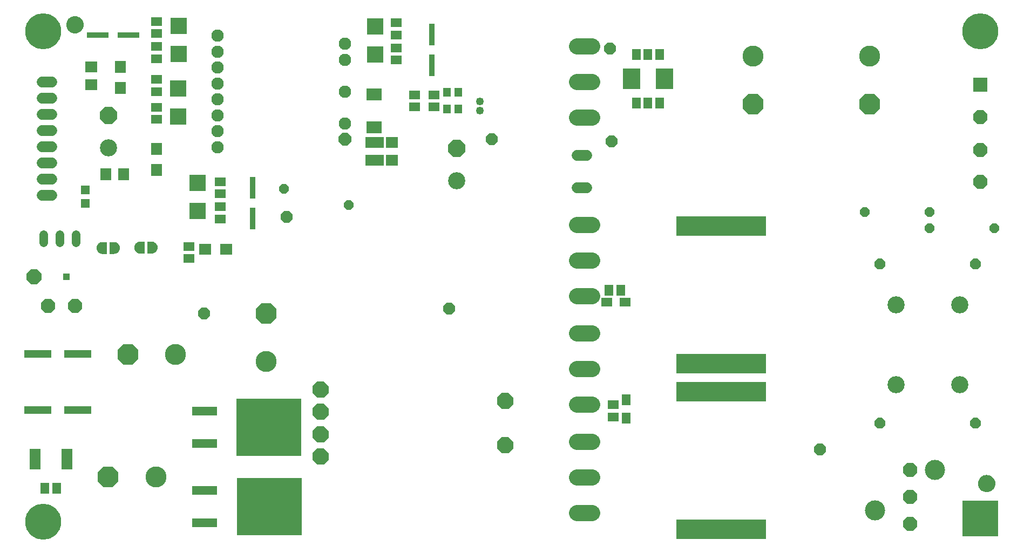
<source format=gts>
G75*
G70*
%OFA0B0*%
%FSLAX24Y24*%
%IPPOS*%
%LPD*%
%AMOC8*
5,1,8,0,0,1.08239X$1,22.5*
%
%ADD10C,0.1060*%
%ADD11OC8,0.0660*%
%ADD12OC8,0.0887*%
%ADD13C,0.1241*%
%ADD14OC8,0.0600*%
%ADD15R,0.0887X0.0887*%
%ADD16C,0.0050*%
%ADD17C,0.0990*%
%ADD18R,0.0572X0.0651*%
%ADD19R,0.0651X0.0532*%
%ADD20C,0.0660*%
%ADD21R,0.0532X0.0651*%
%ADD22R,0.0651X0.0572*%
%ADD23R,0.5572X0.1241*%
%ADD24R,0.1517X0.0572*%
%ADD25R,0.4036X0.3564*%
%ADD26C,0.1296*%
%ADD27OC8,0.1296*%
%ADD28OC8,0.0920*%
%ADD29R,0.0414X0.0414*%
%ADD30OC8,0.0710*%
%ADD31R,0.0651X0.0749*%
%ADD32R,0.1005X0.1005*%
%ADD33R,0.0749X0.0651*%
%ADD34R,0.0360X0.1340*%
%ADD35R,0.1340X0.0360*%
%ADD36R,0.0532X0.0532*%
%ADD37R,0.0690X0.0769*%
%ADD38R,0.0769X0.0690*%
%ADD39R,0.0926X0.0769*%
%ADD40R,0.1123X0.0690*%
%ADD41OC8,0.1060*%
%ADD42R,0.0454X0.0532*%
%ADD43C,0.0769*%
%ADD44OC8,0.0769*%
%ADD45R,0.0770X0.0690*%
%ADD46R,0.0660X0.1260*%
%ADD47R,0.1660X0.0490*%
%ADD48OC8,0.0990*%
%ADD49R,0.0560X0.0660*%
%ADD50R,0.1060X0.1260*%
%ADD51C,0.0010*%
%ADD52C,0.0540*%
%ADD53C,0.0493*%
%ADD54R,0.2225X0.2225*%
%ADD55C,0.2225*%
D10*
X029462Y023075D03*
X007937Y025125D03*
X056569Y015411D03*
X060506Y015411D03*
X060506Y010489D03*
X056569Y010489D03*
D11*
X055587Y008125D03*
X061487Y008125D03*
X061487Y017950D03*
X055587Y017950D03*
D12*
X061780Y023028D03*
X061780Y024978D03*
X061780Y027028D03*
X057462Y005204D03*
X057462Y003550D03*
X057462Y001896D03*
X005864Y015350D03*
X004211Y015350D03*
D13*
X055277Y002723D03*
X058978Y005204D03*
D14*
X058662Y020150D03*
X058662Y021150D03*
X054662Y021150D03*
X062662Y020150D03*
X022787Y021575D03*
X018787Y022575D03*
D15*
X061780Y029028D03*
D16*
X062173Y004874D02*
X062087Y004867D01*
X062002Y004844D01*
X061923Y004807D01*
X061852Y004757D01*
X061790Y004696D01*
X061740Y004624D01*
X061704Y004545D01*
X061681Y004461D01*
X061673Y004374D01*
X061681Y004288D01*
X061704Y004203D01*
X061740Y004124D01*
X061790Y004053D01*
X061852Y003991D01*
X061923Y003941D01*
X062002Y003905D01*
X062087Y003882D01*
X062173Y003874D01*
X062260Y003882D01*
X062345Y003905D01*
X062423Y003941D01*
X062495Y003991D01*
X062557Y004053D01*
X062607Y004124D01*
X062643Y004203D01*
X062666Y004288D01*
X062673Y004374D01*
X062666Y004461D01*
X062643Y004545D01*
X062607Y004624D01*
X062557Y004696D01*
X062495Y004757D01*
X062423Y004807D01*
X062345Y004844D01*
X062260Y004867D01*
X062173Y004874D01*
X061992Y004840D02*
X062355Y004840D01*
X062447Y004791D02*
X061900Y004791D01*
X061837Y004743D02*
X062510Y004743D01*
X062558Y004694D02*
X061789Y004694D01*
X061755Y004646D02*
X062592Y004646D01*
X062619Y004597D02*
X061728Y004597D01*
X061705Y004549D02*
X062642Y004549D01*
X062655Y004500D02*
X061691Y004500D01*
X061680Y004452D02*
X062667Y004452D01*
X062671Y004403D02*
X061676Y004403D01*
X061675Y004355D02*
X062672Y004355D01*
X062668Y004306D02*
X061679Y004306D01*
X061689Y004258D02*
X062658Y004258D01*
X062645Y004209D02*
X061702Y004209D01*
X061724Y004161D02*
X062623Y004161D01*
X062598Y004112D02*
X061749Y004112D01*
X061783Y004064D02*
X062564Y004064D01*
X062519Y004015D02*
X061828Y004015D01*
X061888Y003967D02*
X062459Y003967D01*
X062373Y003918D02*
X061974Y003918D01*
X006344Y032550D02*
X006367Y032634D01*
X006374Y032721D01*
X006367Y032808D01*
X006344Y032892D01*
X006307Y032971D01*
X006257Y033042D01*
X006196Y033104D01*
X006124Y033154D01*
X006045Y033191D01*
X005961Y033213D01*
X005874Y033221D01*
X005787Y033213D01*
X005703Y033191D01*
X005624Y033154D01*
X005553Y033104D01*
X005491Y033042D01*
X005441Y032971D01*
X005404Y032892D01*
X005382Y032808D01*
X005374Y032721D01*
X005382Y032634D01*
X005404Y032550D01*
X005441Y032471D01*
X005491Y032399D01*
X005553Y032338D01*
X005624Y032288D01*
X005703Y032251D01*
X005787Y032228D01*
X005874Y032221D01*
X005961Y032228D01*
X006045Y032251D01*
X006124Y032288D01*
X006196Y032338D01*
X006257Y032399D01*
X006307Y032471D01*
X006344Y032550D01*
X006336Y032533D02*
X005412Y032533D01*
X005396Y032582D02*
X006353Y032582D01*
X006366Y032630D02*
X005383Y032630D01*
X005378Y032679D02*
X006371Y032679D01*
X006374Y032727D02*
X005375Y032727D01*
X005379Y032776D02*
X006369Y032776D01*
X006362Y032824D02*
X005386Y032824D01*
X005399Y032873D02*
X006349Y032873D01*
X006330Y032921D02*
X005418Y032921D01*
X005441Y032970D02*
X006308Y032970D01*
X006274Y033018D02*
X005474Y033018D01*
X005516Y033067D02*
X006233Y033067D01*
X006180Y033115D02*
X005569Y033115D01*
X005645Y033164D02*
X006103Y033164D01*
X005965Y033212D02*
X005783Y033212D01*
X005435Y032485D02*
X006314Y032485D01*
X006283Y032436D02*
X005466Y032436D01*
X005503Y032388D02*
X006245Y032388D01*
X006197Y032339D02*
X005552Y032339D01*
X005620Y032291D02*
X006128Y032291D01*
X006012Y032242D02*
X005736Y032242D01*
D17*
X036874Y031378D02*
X037804Y031378D01*
X037804Y029178D02*
X036874Y029178D01*
X036874Y026978D02*
X037804Y026978D01*
X037804Y020354D02*
X036874Y020354D01*
X036874Y018154D02*
X037804Y018154D01*
X037804Y015954D02*
X036874Y015954D01*
X036874Y013661D02*
X037804Y013661D01*
X037804Y011461D02*
X036874Y011461D01*
X036874Y009261D02*
X037804Y009261D01*
X037804Y006968D02*
X036874Y006968D01*
X036874Y004768D02*
X037804Y004768D01*
X037804Y002568D02*
X036874Y002568D01*
D18*
X038838Y016325D03*
X039586Y016325D03*
X004761Y004100D03*
X004013Y004100D03*
D19*
X038717Y015575D03*
X039858Y015575D03*
D20*
X037489Y022666D02*
X036889Y022666D01*
X036889Y024666D02*
X037489Y024666D01*
X004437Y024175D02*
X003837Y024175D01*
X003837Y023175D02*
X004437Y023175D01*
X004437Y022175D02*
X003837Y022175D01*
X003837Y025175D02*
X004437Y025175D01*
X004437Y026175D02*
X003837Y026175D01*
X003837Y027175D02*
X004437Y027175D01*
X004437Y028175D02*
X003837Y028175D01*
X003837Y029175D02*
X004437Y029175D01*
D21*
X039912Y009546D03*
X039912Y008404D03*
D22*
X039112Y008501D03*
X039112Y009249D03*
X014837Y020726D03*
X014837Y021474D03*
X014837Y022276D03*
X014837Y023024D03*
X010912Y026876D03*
X010912Y027624D03*
X010912Y028601D03*
X010912Y029349D03*
X010912Y030626D03*
X010912Y031374D03*
X010912Y032176D03*
X010912Y032924D03*
X025712Y032849D03*
X025712Y032101D03*
X025712Y031299D03*
X025712Y030551D03*
X026837Y028399D03*
X026837Y027651D03*
X028037Y027651D03*
X028037Y028399D03*
X012912Y019024D03*
X012912Y018276D03*
D23*
X045787Y020302D03*
X045787Y011798D03*
X045787Y010052D03*
X045787Y001548D03*
D24*
X013889Y001950D03*
X013889Y003950D03*
X013864Y006850D03*
X013864Y008850D03*
D25*
X017840Y007850D03*
X017865Y002950D03*
D26*
X010864Y004800D03*
X017687Y011924D03*
X012089Y012350D03*
X047737Y030776D03*
X054937Y030776D03*
D27*
X054937Y027824D03*
X047737Y027824D03*
X017687Y014876D03*
X009136Y012350D03*
X007911Y004800D03*
D28*
X003362Y017150D03*
D29*
X005362Y017150D03*
D30*
X013862Y014900D03*
X018962Y020850D03*
X028987Y015200D03*
X031612Y025650D03*
X039012Y025525D03*
X038912Y031250D03*
X051887Y006475D03*
D31*
X010912Y023760D03*
X010912Y025040D03*
X008687Y028835D03*
X008687Y030115D03*
D32*
X012287Y030934D03*
X012287Y032666D03*
X012262Y028791D03*
X012262Y027059D03*
X013437Y022966D03*
X013437Y021234D03*
X024412Y030884D03*
X024412Y032616D03*
D33*
X015203Y018850D03*
X013923Y018850D03*
D34*
X016837Y020750D03*
X016837Y022650D03*
X027912Y030225D03*
X027912Y032125D03*
D35*
X009187Y032075D03*
X007287Y032075D03*
D36*
X006512Y022513D03*
X006512Y021687D03*
D37*
X007786Y023500D03*
X008889Y023500D03*
D38*
X006887Y029024D03*
X006887Y030126D03*
D39*
X024362Y028404D03*
X024362Y026396D03*
D40*
X024387Y025451D03*
X024387Y024349D03*
D41*
X029462Y025075D03*
X007937Y027125D03*
D42*
X028862Y027513D03*
X029562Y027513D03*
X029562Y028537D03*
X028862Y028537D03*
D43*
X022549Y028600D03*
X022549Y026631D03*
X022549Y030569D03*
X022549Y031553D03*
X014675Y032045D03*
X014675Y031061D03*
X014675Y030076D03*
X014675Y029092D03*
X014675Y028108D03*
X014675Y027124D03*
X014675Y026139D03*
X014675Y025155D03*
D44*
X022549Y025647D03*
D45*
X025462Y025460D03*
X025462Y024340D03*
D46*
X005377Y005875D03*
X003397Y005875D03*
D47*
X003582Y008925D03*
X006042Y008925D03*
X006042Y012400D03*
X003582Y012400D03*
D48*
X021032Y010181D03*
X021032Y008804D03*
X021032Y007426D03*
X021032Y006048D03*
X032449Y006737D03*
X032449Y009493D03*
D49*
X040532Y027875D03*
X041262Y027875D03*
X041992Y027875D03*
X041992Y030875D03*
X041262Y030875D03*
X040532Y030875D03*
D50*
X040232Y029375D03*
X042292Y029375D03*
D51*
X010911Y019109D02*
X010878Y019169D01*
X010835Y019222D01*
X010782Y019266D01*
X010721Y019298D01*
X010656Y019318D01*
X010587Y019325D01*
X010337Y019325D01*
X010337Y018625D01*
X010587Y018625D01*
X010656Y018632D01*
X010721Y018652D01*
X010782Y018684D01*
X010835Y018728D01*
X010878Y018781D01*
X010911Y018841D01*
X010931Y018907D01*
X010937Y018975D01*
X010931Y019043D01*
X010911Y019109D01*
X010911Y019107D02*
X010337Y019107D01*
X010337Y019099D02*
X010914Y019099D01*
X010917Y019090D02*
X010337Y019090D01*
X010337Y019082D02*
X010919Y019082D01*
X010922Y019073D02*
X010337Y019073D01*
X010337Y019065D02*
X010924Y019065D01*
X010927Y019056D02*
X010337Y019056D01*
X010337Y019048D02*
X010929Y019048D01*
X010931Y019039D02*
X010337Y019039D01*
X010337Y019031D02*
X010932Y019031D01*
X010933Y019022D02*
X010337Y019022D01*
X010337Y019014D02*
X010934Y019014D01*
X010935Y019005D02*
X010337Y019005D01*
X010337Y018997D02*
X010935Y018997D01*
X010936Y018988D02*
X010337Y018988D01*
X010337Y018980D02*
X010937Y018980D01*
X010937Y018971D02*
X010337Y018971D01*
X010337Y018963D02*
X010936Y018963D01*
X010935Y018954D02*
X010337Y018954D01*
X010337Y018946D02*
X010935Y018946D01*
X010934Y018937D02*
X010337Y018937D01*
X010337Y018929D02*
X010933Y018929D01*
X010932Y018920D02*
X010337Y018920D01*
X010337Y018912D02*
X010931Y018912D01*
X010930Y018903D02*
X010337Y018903D01*
X010337Y018895D02*
X010927Y018895D01*
X010924Y018886D02*
X010337Y018886D01*
X010337Y018878D02*
X010922Y018878D01*
X010919Y018869D02*
X010337Y018869D01*
X010337Y018861D02*
X010917Y018861D01*
X010914Y018852D02*
X010337Y018852D01*
X010337Y018844D02*
X010912Y018844D01*
X010908Y018835D02*
X010337Y018835D01*
X010337Y018827D02*
X010903Y018827D01*
X010899Y018818D02*
X010337Y018818D01*
X010337Y018810D02*
X010894Y018810D01*
X010889Y018801D02*
X010337Y018801D01*
X010337Y018793D02*
X010885Y018793D01*
X010880Y018784D02*
X010337Y018784D01*
X010337Y018776D02*
X010874Y018776D01*
X010867Y018767D02*
X010337Y018767D01*
X010337Y018759D02*
X010860Y018759D01*
X010853Y018750D02*
X010337Y018750D01*
X010337Y018742D02*
X010846Y018742D01*
X010840Y018733D02*
X010337Y018733D01*
X010337Y018725D02*
X010831Y018725D01*
X010821Y018716D02*
X010337Y018716D01*
X010337Y018708D02*
X010811Y018708D01*
X010800Y018699D02*
X010337Y018699D01*
X010337Y018691D02*
X010790Y018691D01*
X010778Y018682D02*
X010337Y018682D01*
X010337Y018674D02*
X010762Y018674D01*
X010746Y018665D02*
X010337Y018665D01*
X010337Y018657D02*
X010731Y018657D01*
X010710Y018648D02*
X010337Y018648D01*
X010337Y018640D02*
X010682Y018640D01*
X010649Y018631D02*
X010337Y018631D01*
X010137Y018631D02*
X009826Y018631D01*
X009819Y018632D02*
X009887Y018625D01*
X010137Y018625D01*
X010137Y019325D01*
X009887Y019325D01*
X009819Y019318D01*
X009754Y019298D01*
X009693Y019266D01*
X009640Y019222D01*
X009596Y019169D01*
X009564Y019109D01*
X009544Y019043D01*
X009537Y018975D01*
X009544Y018907D01*
X009564Y018841D01*
X009596Y018781D01*
X009640Y018728D01*
X009693Y018684D01*
X009754Y018652D01*
X009819Y018632D01*
X009793Y018640D02*
X010137Y018640D01*
X010137Y018648D02*
X009765Y018648D01*
X009744Y018657D02*
X010137Y018657D01*
X010137Y018665D02*
X009728Y018665D01*
X009713Y018674D02*
X010137Y018674D01*
X010137Y018682D02*
X009697Y018682D01*
X009685Y018691D02*
X010137Y018691D01*
X010137Y018699D02*
X009675Y018699D01*
X009664Y018708D02*
X010137Y018708D01*
X010137Y018716D02*
X009654Y018716D01*
X009644Y018725D02*
X010137Y018725D01*
X010137Y018733D02*
X009635Y018733D01*
X009628Y018742D02*
X010137Y018742D01*
X010137Y018750D02*
X009621Y018750D01*
X009615Y018759D02*
X010137Y018759D01*
X010137Y018767D02*
X009608Y018767D01*
X009601Y018776D02*
X010137Y018776D01*
X010137Y018784D02*
X009595Y018784D01*
X009590Y018793D02*
X010137Y018793D01*
X010137Y018801D02*
X009585Y018801D01*
X009581Y018810D02*
X010137Y018810D01*
X010137Y018818D02*
X009576Y018818D01*
X009572Y018827D02*
X010137Y018827D01*
X010137Y018835D02*
X009567Y018835D01*
X009563Y018844D02*
X010137Y018844D01*
X010137Y018852D02*
X009561Y018852D01*
X009558Y018861D02*
X010137Y018861D01*
X010137Y018869D02*
X009556Y018869D01*
X009553Y018878D02*
X010137Y018878D01*
X010137Y018886D02*
X009550Y018886D01*
X009548Y018895D02*
X010137Y018895D01*
X010137Y018903D02*
X009545Y018903D01*
X009544Y018912D02*
X010137Y018912D01*
X010137Y018920D02*
X009543Y018920D01*
X009542Y018929D02*
X010137Y018929D01*
X010137Y018937D02*
X009541Y018937D01*
X009540Y018946D02*
X010137Y018946D01*
X010137Y018954D02*
X009540Y018954D01*
X009539Y018963D02*
X010137Y018963D01*
X010137Y018971D02*
X009538Y018971D01*
X009538Y018980D02*
X010137Y018980D01*
X010137Y018988D02*
X009539Y018988D01*
X009540Y018997D02*
X010137Y018997D01*
X010137Y019005D02*
X009540Y019005D01*
X009541Y019014D02*
X010137Y019014D01*
X010137Y019022D02*
X009542Y019022D01*
X009543Y019031D02*
X010137Y019031D01*
X010137Y019039D02*
X009544Y019039D01*
X009545Y019048D02*
X010137Y019048D01*
X010137Y019056D02*
X009548Y019056D01*
X009551Y019065D02*
X010137Y019065D01*
X010137Y019073D02*
X009553Y019073D01*
X009556Y019082D02*
X010137Y019082D01*
X010137Y019090D02*
X009558Y019090D01*
X009561Y019099D02*
X010137Y019099D01*
X010137Y019107D02*
X009564Y019107D01*
X009568Y019116D02*
X010137Y019116D01*
X010137Y019124D02*
X009572Y019124D01*
X009577Y019133D02*
X010137Y019133D01*
X010137Y019141D02*
X009581Y019141D01*
X009586Y019150D02*
X010137Y019150D01*
X010137Y019158D02*
X009590Y019158D01*
X009595Y019167D02*
X010137Y019167D01*
X010137Y019175D02*
X009601Y019175D01*
X009608Y019184D02*
X010137Y019184D01*
X010137Y019192D02*
X009615Y019192D01*
X009622Y019201D02*
X010137Y019201D01*
X010137Y019209D02*
X009629Y019209D01*
X009636Y019218D02*
X010137Y019218D01*
X010137Y019226D02*
X009644Y019226D01*
X009655Y019235D02*
X010137Y019235D01*
X010137Y019243D02*
X009665Y019243D01*
X009675Y019252D02*
X010137Y019252D01*
X010137Y019260D02*
X009686Y019260D01*
X009698Y019269D02*
X010137Y019269D01*
X010137Y019277D02*
X009714Y019277D01*
X009730Y019286D02*
X010137Y019286D01*
X010137Y019294D02*
X009746Y019294D01*
X009767Y019303D02*
X010137Y019303D01*
X010137Y019311D02*
X009795Y019311D01*
X009832Y019320D02*
X010137Y019320D01*
X010337Y019320D02*
X010643Y019320D01*
X010680Y019311D02*
X010337Y019311D01*
X010337Y019303D02*
X010708Y019303D01*
X010729Y019294D02*
X010337Y019294D01*
X010337Y019286D02*
X010745Y019286D01*
X010761Y019277D02*
X010337Y019277D01*
X010337Y019269D02*
X010777Y019269D01*
X010789Y019260D02*
X010337Y019260D01*
X010337Y019252D02*
X010800Y019252D01*
X010810Y019243D02*
X010337Y019243D01*
X010337Y019235D02*
X010820Y019235D01*
X010831Y019226D02*
X010337Y019226D01*
X010337Y019218D02*
X010839Y019218D01*
X010846Y019209D02*
X010337Y019209D01*
X010337Y019201D02*
X010853Y019201D01*
X010860Y019192D02*
X010337Y019192D01*
X010337Y019184D02*
X010867Y019184D01*
X010874Y019175D02*
X010337Y019175D01*
X010337Y019167D02*
X010880Y019167D01*
X010885Y019158D02*
X010337Y019158D01*
X010337Y019150D02*
X010889Y019150D01*
X010894Y019141D02*
X010337Y019141D01*
X010337Y019133D02*
X010898Y019133D01*
X010903Y019124D02*
X010337Y019124D01*
X010337Y019116D02*
X010907Y019116D01*
X008612Y018950D02*
X008606Y019018D01*
X008586Y019084D01*
X008553Y019144D01*
X008510Y019197D01*
X008457Y019241D01*
X008396Y019273D01*
X008331Y019293D01*
X008262Y019300D01*
X008012Y019300D01*
X008012Y018600D01*
X008262Y018600D01*
X008331Y018607D01*
X008396Y018627D01*
X008457Y018659D01*
X008510Y018703D01*
X008553Y018756D01*
X008586Y018816D01*
X008606Y018882D01*
X008612Y018950D01*
X008612Y018954D02*
X008012Y018954D01*
X008012Y018946D02*
X008612Y018946D01*
X008611Y018937D02*
X008012Y018937D01*
X008012Y018929D02*
X008610Y018929D01*
X008610Y018920D02*
X008012Y018920D01*
X008012Y018912D02*
X008609Y018912D01*
X008608Y018903D02*
X008012Y018903D01*
X008012Y018895D02*
X008607Y018895D01*
X008606Y018886D02*
X008012Y018886D01*
X008012Y018878D02*
X008604Y018878D01*
X008602Y018869D02*
X008012Y018869D01*
X008012Y018861D02*
X008599Y018861D01*
X008597Y018852D02*
X008012Y018852D01*
X008012Y018844D02*
X008594Y018844D01*
X008592Y018835D02*
X008012Y018835D01*
X008012Y018827D02*
X008589Y018827D01*
X008586Y018818D02*
X008012Y018818D01*
X008012Y018810D02*
X008582Y018810D01*
X008578Y018801D02*
X008012Y018801D01*
X008012Y018793D02*
X008573Y018793D01*
X008569Y018784D02*
X008012Y018784D01*
X008012Y018776D02*
X008564Y018776D01*
X008560Y018767D02*
X008012Y018767D01*
X008012Y018759D02*
X008555Y018759D01*
X008549Y018750D02*
X008012Y018750D01*
X008012Y018742D02*
X008542Y018742D01*
X008535Y018733D02*
X008012Y018733D01*
X008012Y018725D02*
X008528Y018725D01*
X008521Y018716D02*
X008012Y018716D01*
X008012Y018708D02*
X008514Y018708D01*
X008506Y018699D02*
X008012Y018699D01*
X008012Y018691D02*
X008495Y018691D01*
X008485Y018682D02*
X008012Y018682D01*
X008012Y018674D02*
X008475Y018674D01*
X008464Y018665D02*
X008012Y018665D01*
X008012Y018657D02*
X008452Y018657D01*
X008436Y018648D02*
X008012Y018648D01*
X008012Y018640D02*
X008421Y018640D01*
X008405Y018631D02*
X008012Y018631D01*
X008012Y018623D02*
X008383Y018623D01*
X008355Y018614D02*
X008012Y018614D01*
X008012Y018606D02*
X008319Y018606D01*
X008611Y018963D02*
X008012Y018963D01*
X008012Y018971D02*
X008610Y018971D01*
X008610Y018980D02*
X008012Y018980D01*
X008012Y018988D02*
X008609Y018988D01*
X008608Y018997D02*
X008012Y018997D01*
X008012Y019005D02*
X008607Y019005D01*
X008606Y019014D02*
X008012Y019014D01*
X008012Y019022D02*
X008605Y019022D01*
X008602Y019031D02*
X008012Y019031D01*
X008012Y019039D02*
X008599Y019039D01*
X008597Y019048D02*
X008012Y019048D01*
X008012Y019056D02*
X008594Y019056D01*
X008592Y019065D02*
X008012Y019065D01*
X008012Y019073D02*
X008589Y019073D01*
X008587Y019082D02*
X008012Y019082D01*
X008012Y019090D02*
X008583Y019090D01*
X008578Y019099D02*
X008012Y019099D01*
X008012Y019107D02*
X008573Y019107D01*
X008569Y019116D02*
X008012Y019116D01*
X008012Y019124D02*
X008564Y019124D01*
X008560Y019133D02*
X008012Y019133D01*
X008012Y019141D02*
X008555Y019141D01*
X008549Y019150D02*
X008012Y019150D01*
X008012Y019158D02*
X008542Y019158D01*
X008535Y019167D02*
X008012Y019167D01*
X008012Y019175D02*
X008528Y019175D01*
X008521Y019184D02*
X008012Y019184D01*
X008012Y019192D02*
X008514Y019192D01*
X008506Y019201D02*
X008012Y019201D01*
X008012Y019209D02*
X008496Y019209D01*
X008485Y019218D02*
X008012Y019218D01*
X008012Y019226D02*
X008475Y019226D01*
X008465Y019235D02*
X008012Y019235D01*
X008012Y019243D02*
X008453Y019243D01*
X008437Y019252D02*
X008012Y019252D01*
X008012Y019260D02*
X008421Y019260D01*
X008405Y019269D02*
X008012Y019269D01*
X008012Y019277D02*
X008384Y019277D01*
X008356Y019286D02*
X008012Y019286D01*
X008012Y019294D02*
X008323Y019294D01*
X007812Y019294D02*
X007502Y019294D01*
X007494Y019293D02*
X007429Y019273D01*
X007368Y019241D01*
X007315Y019197D01*
X007271Y019144D01*
X007239Y019084D01*
X007219Y019018D01*
X007212Y018950D01*
X007219Y018882D01*
X007239Y018816D01*
X007271Y018756D01*
X007315Y018703D01*
X007368Y018659D01*
X007429Y018627D01*
X007494Y018607D01*
X007562Y018600D01*
X007812Y018600D01*
X007812Y019300D01*
X007562Y019300D01*
X007494Y019293D01*
X007469Y019286D02*
X007812Y019286D01*
X007812Y019277D02*
X007441Y019277D01*
X007420Y019269D02*
X007812Y019269D01*
X007812Y019260D02*
X007404Y019260D01*
X007388Y019252D02*
X007812Y019252D01*
X007812Y019243D02*
X007372Y019243D01*
X007360Y019235D02*
X007812Y019235D01*
X007812Y019226D02*
X007350Y019226D01*
X007339Y019218D02*
X007812Y019218D01*
X007812Y019209D02*
X007329Y019209D01*
X007319Y019201D02*
X007812Y019201D01*
X007812Y019192D02*
X007311Y019192D01*
X007304Y019184D02*
X007812Y019184D01*
X007812Y019175D02*
X007297Y019175D01*
X007290Y019167D02*
X007812Y019167D01*
X007812Y019158D02*
X007283Y019158D01*
X007276Y019150D02*
X007812Y019150D01*
X007812Y019141D02*
X007270Y019141D01*
X007265Y019133D02*
X007812Y019133D01*
X007812Y019124D02*
X007261Y019124D01*
X007256Y019116D02*
X007812Y019116D01*
X007812Y019107D02*
X007251Y019107D01*
X007247Y019099D02*
X007812Y019099D01*
X007812Y019090D02*
X007242Y019090D01*
X007238Y019082D02*
X007812Y019082D01*
X007812Y019073D02*
X007236Y019073D01*
X007233Y019065D02*
X007812Y019065D01*
X007812Y019056D02*
X007231Y019056D01*
X007228Y019048D02*
X007812Y019048D01*
X007812Y019039D02*
X007225Y019039D01*
X007223Y019031D02*
X007812Y019031D01*
X007812Y019022D02*
X007220Y019022D01*
X007219Y019014D02*
X007812Y019014D01*
X007812Y019005D02*
X007218Y019005D01*
X007217Y018997D02*
X007812Y018997D01*
X007812Y018988D02*
X007216Y018988D01*
X007215Y018980D02*
X007812Y018980D01*
X007812Y018971D02*
X007215Y018971D01*
X007214Y018963D02*
X007812Y018963D01*
X007812Y018954D02*
X007213Y018954D01*
X007213Y018946D02*
X007812Y018946D01*
X007812Y018937D02*
X007214Y018937D01*
X007215Y018929D02*
X007812Y018929D01*
X007812Y018920D02*
X007215Y018920D01*
X007216Y018912D02*
X007812Y018912D01*
X007812Y018903D02*
X007217Y018903D01*
X007218Y018895D02*
X007812Y018895D01*
X007812Y018886D02*
X007219Y018886D01*
X007220Y018878D02*
X007812Y018878D01*
X007812Y018869D02*
X007223Y018869D01*
X007226Y018861D02*
X007812Y018861D01*
X007812Y018852D02*
X007228Y018852D01*
X007231Y018844D02*
X007812Y018844D01*
X007812Y018835D02*
X007233Y018835D01*
X007236Y018827D02*
X007812Y018827D01*
X007812Y018818D02*
X007239Y018818D01*
X007243Y018810D02*
X007812Y018810D01*
X007812Y018801D02*
X007247Y018801D01*
X007252Y018793D02*
X007812Y018793D01*
X007812Y018784D02*
X007256Y018784D01*
X007261Y018776D02*
X007812Y018776D01*
X007812Y018767D02*
X007265Y018767D01*
X007270Y018759D02*
X007812Y018759D01*
X007812Y018750D02*
X007276Y018750D01*
X007283Y018742D02*
X007812Y018742D01*
X007812Y018733D02*
X007290Y018733D01*
X007297Y018725D02*
X007812Y018725D01*
X007812Y018716D02*
X007304Y018716D01*
X007311Y018708D02*
X007812Y018708D01*
X007812Y018699D02*
X007319Y018699D01*
X007330Y018691D02*
X007812Y018691D01*
X007812Y018682D02*
X007340Y018682D01*
X007350Y018674D02*
X007812Y018674D01*
X007812Y018665D02*
X007361Y018665D01*
X007373Y018657D02*
X007812Y018657D01*
X007812Y018648D02*
X007388Y018648D01*
X007404Y018640D02*
X007812Y018640D01*
X007812Y018631D02*
X007420Y018631D01*
X007442Y018623D02*
X007812Y018623D01*
X007812Y018614D02*
X007470Y018614D01*
X007506Y018606D02*
X007812Y018606D01*
D52*
X005937Y019260D02*
X005937Y019740D01*
X004937Y019740D02*
X004937Y019260D01*
X003937Y019260D02*
X003937Y019740D01*
D53*
X030887Y027405D03*
X030887Y027995D03*
D54*
X061780Y002209D03*
D55*
X003906Y002012D03*
X003906Y032327D03*
X061780Y032327D03*
M02*

</source>
